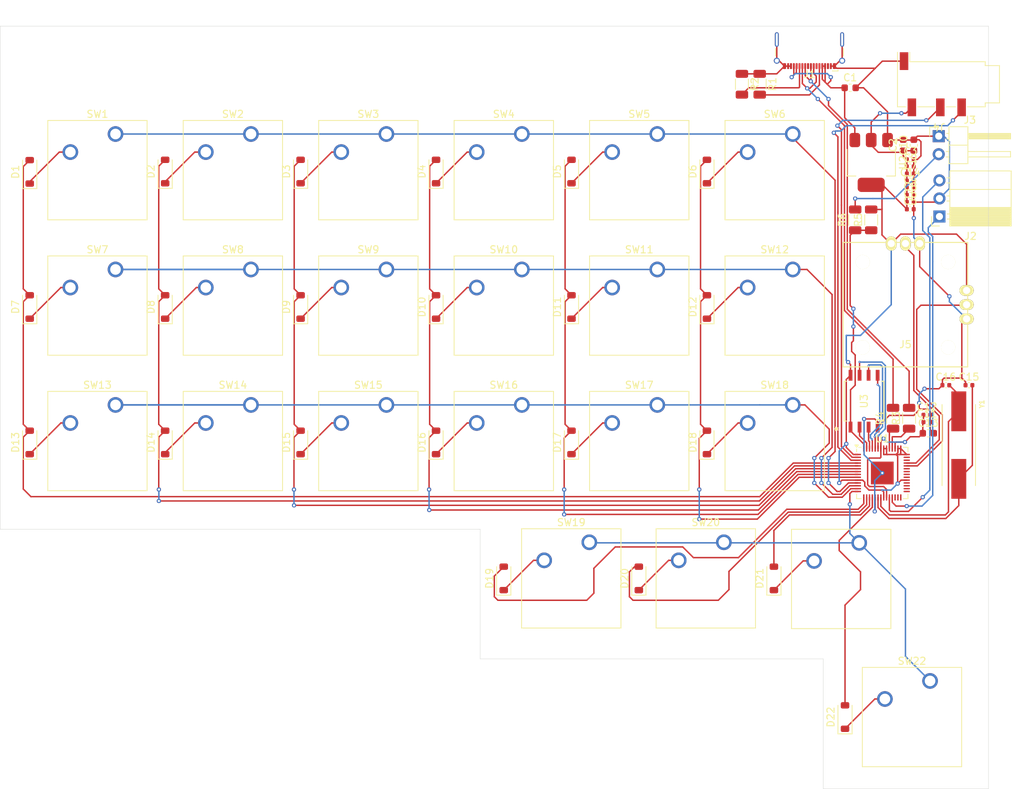
<source format=kicad_pcb>
(kicad_pcb (version 20241229) (generator "pcbnew") (generator_version "9.0")
  (layers (0 "F.Cu" signal) (2 "B.Cu" signal) (13 "F.Paste" user) (15 "B.Paste" user) (5 "F.SilkS" user "F.Silkscreen") (7 "B.SilkS" user "B.Silkscreen") (1 "F.Mask" user) (3 "B.Mask" user) (25 "Edge.Cuts" user))
  (net 0 "")
  (net 1 "VBUS")
  (net 2 "GND")
  (net 3 "+3.3V")
  (net 4 "+1V1")
  (net 5 "XIN")
  (net 6 "XOUT")
  (net 7 "Net-(D1-K)")
  (net 8 "col1")
  (net 9 "col2")
  (net 10 "Net-(D2-K)")
  (net 11 "Net-(D3-K)")
  (net 12 "col3")
  (net 13 "Net-(D4-K)")
  (net 14 "col4")
  (net 15 "col5")
  (net 16 "Net-(D5-K)")
  (net 17 "Net-(D6-K)")
  (net 18 "Net-(D7-K)")
  (net 19 "Net-(D8-K)")
  (net 20 "Net-(D9-K)")
  (net 21 "Net-(D10-K)")
  (net 22 "Net-(D11-K)")
  (net 23 "Net-(D12-K)")
  (net 24 "Net-(D13-K)")
  (net 25 "Net-(D14-K)")
  (net 26 "Net-(D15-K)")
  (net 27 "col6")
  (net 28 "Net-(D16-K)")
  (net 29 "Net-(D17-K)")
  (net 30 "Net-(D18-K)")
  (net 31 "Net-(J1-D+-PadA6)")
  (net 33 "Net-(J1-D--PadA7)")
  (net 34 "Net-(J1-CC2)")
  (net 36 "Net-(J1-CC1)")
  (net 37 "Net-(J2-Pin_1)")
  (net 38 "/USB_BOOT")
  (net 39 "GPIO23")
  (net 40 "GPIO22")
  (net 41 "GPIO20")
  (net 42 "GPIO17")
  (net 43 "GPIO16")
  (net 44 "GPIO18")
  (net 45 "GPIO21")
  (net 46 "GPIO19")
  (net 47 "GPIO27")
  (net 48 "colX1")
  (net 49 "GPIO25")
  (net 50 "Net-(D19-K)")
  (net 51 "colX2")
  (net 52 "GPIO26")
  (net 53 "Net-(D20-K)")
  (net 54 "GPIO24")
  (net 55 "GPIO29")
  (net 56 "GPIO28")
  (net 57 "colX3")
  (net 58 "USB_DM")
  (net 59 "USB_DP")
  (net 60 "QSPI_SS")
  (net 61 "row1")
  (net 62 "row2")
  (net 63 "row3")
  (net 64 "QSPI_SD0")
  (net 65 "QSPI_SD2")
  (net 66 "QSPI_SD3")
  (net 67 "Net-(J2-Pin_3)")
  (net 69 "GPIO1")
  (net 70 "QSPI_SCLK")
  (net 71 "GPIO0")
  (net 72 "QSPI_SD1")
  (net 73 "Net-(D21-K)")
  (net 74 "Net-(D22-K)")
  (net 75 "colX4")
  (net 76 "rowX")
  (footprint "Capacitor_SMD:C_0402_1005Metric" (layer "F.Cu") (at 208.75 94.75)
    (property "Reference" "C15")
    (property "Value" "27p")
  )
  (footprint "Diode_SMD:D_SOD-123" (layer "F.Cu") (at 171.901 83.749 90)
    (property "Reference" "D12")
    (property "Value" "D")
  )
  (footprint "Diode_SMD:D_SOD-123" (layer "F.Cu") (at 114.751 83.749 90)
    (property "Reference" "D9")
    (property "Value" "D")
  )
  (footprint "Button_Switch_Keyboard:SW_Cherry_MX_1.00u_PCB" (layer "F.Cu") (at 183.971 78.474)
    (property "Reference" "SW12")
    (property "Value" "SW_MEC_5G")
  )
  (footprint "Resistor_SMD:R_1206_3216Metric" (layer "F.Cu") (at 195 71.5 90)
    (property "Reference" "R5")
    (property "Value" "Do not fit")
  )
  (footprint "Diode_SMD:D_SOD-123" (layer "F.Cu") (at 171.901 64.699 90)
    (property "Reference" "D6")
    (property "Value" "D")
  )
  (footprint "Button_Switch_Keyboard:SW_Cherry_MX_1.00u_PCB" (layer "F.Cu") (at 107.771 97.524)
    (property "Reference" "SW14")
    (property "Value" "SW_MEC_5G")
  )
  (footprint "Diode_SMD:D_SOD-123" (layer "F.Cu") (at 162.321 121.924 90)
    (property "Reference" "D20")
    (property "Value" "D")
  )
  (footprint "Diode_SMD:D_SOD-123" (layer "F.Cu") (at 114.751 64.699 90)
    (property "Reference" "D3")
    (property "Value" "D")
  )
  (footprint "Capacitor_SMD:C_0402_1005Metric" (layer "F.Cu") (at 202.836515 99.934649)
    (property "Reference" "C11")
    (property "Value" "100n")
  )
  (footprint "footprint:JT8P-3.2T- -1-16Y" (layer "F.Cu") (at 199.821 83.424)
    (property "Reference" "J5")
    (property "Value" "Conn_01x04_Socket")
  )
  (footprint "Button_Switch_Keyboard:SW_Cherry_MX_1.00u_PCB" (layer "F.Cu") (at 183.971 97.524)
    (property "Reference" "SW18")
    (property "Value" "SW_MEC_5G")
  )
  (footprint "Diode_SMD:D_SOD-123" (layer "F.Cu") (at 76.651 102.799 90)
    (property "Reference" "D13")
    (property "Value" "D")
  )
  (footprint "Package_TO_SOT_SMD:SOT-223-3_TabPin2" (layer "F.Cu") (at 195 63.424 -90)
    (property "Reference" "U2")
    (property "Value" "NCP1117-3.3_SOT223")
  )
  (footprint "Resistor_SMD:R_1206_3216Metric" (layer "F.Cu") (at 176.821 52.424 -90)
    (property "Reference" "R2")
    (property "Value" "5.1k")
  )
  (footprint "Diode_SMD:D_SOD-123" (layer "F.Cu") (at 76.651 64.744 90)
    (property "Reference" "D1")
    (property "Value" "D")
  )
  (footprint "footprint:SOIC_128JVSIM_WIN" (layer "F.Cu") (at 194 97 90)
    (property "Reference" "U3")
    (property "Value" "W25Q128JVS")
  )
  (footprint "Button_Switch_Keyboard:SW_Cherry_MX_1.00u_PCB" (layer "F.Cu") (at 164.921 97.524)
    (property "Reference" "SW17")
    (property "Value" "SW_MEC_5G")
  )
  (footprint "Capacitor_SMD:C_0603_1608Metric" (layer "F.Cu") (at 201 61 90)
    (property "Reference" "C10")
    (property "Value" "1u")
  )
  (footprint "Diode_SMD:D_SOD-123" (layer "F.Cu") (at 181.321 121.924 90)
    (property "Reference" "D21")
    (property "Value" "D")
  )
  (footprint "Button_Switch_Keyboard:SW_Cherry_MX_1.00u_PCB" (layer "F.Cu") (at 174.281 116.844)
    (property "Reference" "SW20")
    (property "Value" "SW_MEC_5G")
  )
  (footprint "Connector_Audio:Jack_3.5mm_KoreanHropartsElec_PJ-320D-4A_Horizontal" (layer "F.Cu") (at 204.571 52.424 180)
    (property "Reference" "J4")
    (property "Value" "AudioJack4")
  )
  (footprint "Button_Switch_Keyboard:SW_Cherry_MX_1.00u_PCB" (layer "F.Cu") (at 88.721 59.424)
    (property "Reference" "SW1")
    (property "Value" "SW_MEC_5G")
  )
  (footprint "Capacitor_SMD:C_0402_1005Metric" (layer "F.Cu") (at 200.5 67)
    (property "Reference" "C4")
    (property "Value" "100n")
  )
  (footprint "Connector_USB:USB_C_Receptacle_G-Switch_GT-USB-7025" (layer "F.Cu") (at 186.321 46.424 180)
    (property "Reference" "J1")
    (property "Value" "TYPE-C-31-M-12")
  )
  (footprint "Capacitor_SMD:C_0402_1005Metric" (layer "F.Cu") (at 200.5 66)
    (property "Reference" "C14")
    (property "Value" "100n")
  )
  (footprint "Button_Switch_Keyboard:SW_Cherry_MX_1.00u_PCB" (layer "F.Cu") (at 164.921 78.474)
    (property "Reference" "SW11")
    (property "Value" "SW_MEC_5G")
  )
  (footprint "Diode_SMD:D_SOD-123" (layer "F.Cu") (at 152.851 102.799 90)
    (property "Reference" "D17")
    (property "Value" "D")
  )
  (footprint "Diode_SMD:D_SOD-123" (layer "F.Cu") (at 152.851 64.699 90)
    (property "Reference" "D5")
    (property "Value" "D")
  )
  (footprint "Diode_SMD:D_SOD-123" (layer "F.Cu") (at 143.321 121.924 90)
    (property "Reference" "D19")
    (property "Value" "D")
  )
  (footprint "Resistor_SMD:R_1206_3216Metric" (layer "F.Cu") (at 179.321 52.424 -90)
    (property "Reference" "R1")
    (property "Value" "5.1k")
  )
  (footprint "Button_Switch_Keyboard:SW_Cherry_MX_1.00u_PCB" (layer "F.Cu") (at 126.821 78.474)
    (property "Reference" "SW9")
    (property "Value" "SW_MEC_5G")
  )
  (footprint "Button_Switch_Keyboard:SW_Cherry_MX_1.00u_PCB" (layer "F.Cu") (at 145.871 78.474)
    (property "Reference" "SW10")
    (property "Value" "SW_MEC_5G")
  )
  (footprint "Diode_SMD:D_SOD-123" (layer "F.Cu") (at 152.851 83.749 90)
    (property "Reference" "D11")
    (property "Value" "D")
  )
  (footprint "Button_Switch_Keyboard:SW_Cherry_MX_1.00u_PCB" (layer "F.Cu") (at 126.821 97.524)
    (property "Reference" "SW15")
    (property "Value" "SW_MEC_5G")
  )
  (footprint "Diode_SMD:D_SOD-123" (layer "F.Cu") (at 133.801 64.699 90)
    (property "Reference" "D4")
    (property "Value" "D")
  )
  (footprint "Button_Switch_Keyboard:SW_Cherry_MX_1.00u_PCB" (layer "F.Cu") (at 164.921 59.424)
    (property "Reference" "SW5")
    (property "Value" "SW_MEC_5G")
  )
  (footprint "Capacitor_SMD:C_0402_1005Metric" (layer "F.Cu") (at 200.5 69)
    (property "Reference" "C6")
    (property "Value" "100n")
  )
  (footprint "Package_DFN_QFN:QFN-56-1EP_7x7mm_P0.4mm_EP3.2x3.2mm" (layer "F.Cu") (at 196.5625 107.1)
    (property "Reference" "U1")
    (property "Value" "RP2040")
  )
  (footprint "Connector_PinHeader_2.54mm:PinHeader_1x02_P2.54mm_Horizontal" (layer "F.Cu") (at 204.5 59.725)
    (property "Reference" "J3")
    (property "Value" "Conn_01x02_Pin")
  )
  (footprint "Resistor_SMD:R_1206_3216Metric" (layer "F.Cu") (at 200.335529 99.396107 90)
    (property "Reference" "R3")
    (property "Value" "27.4")
  )
  (footprint "Diode_SMD:D_SOD-123" (layer "F.Cu") (at 76.651 83.749 90)
    (property "Reference" "D7")
    (property "Value" "D")
  )
  (footprint "Button_Switch_Keyboard:SW_Cherry_MX_1.00u_PCB" (layer "F.Cu") (at 88.721 97.524)
    (property "Reference" "SW13")
    (property "Value" "SW_MEC_5G")
  )
  (footprint "Diode_SMD:D_SOD-123" (layer "F.Cu") (at 171.901 102.799 90)
    (property "Reference" "D18")
    (property "Value" "D")
  )
  (footprint "Diode_SMD:D_SOD-123" (layer "F.Cu") (at 114.751 102.799 90)
    (property "Reference" "D15")
    (property "Value" "D")
  )
  (footprint "Button_Switch_Keyboard:SW_Cherry_MX_1.00u_PCB" (layer "F.Cu") (at 107.771 59.424)
    (property "Reference" "SW2")
    (property "Value" "SW_MEC_5G")
  )
  (footprint "Capacitor_SMD:C_0402_1005Metric" (layer "F.Cu") (at 202.836515 98.934649)
    (property "Reference" "C12")
    (property "Value" "100n")
  )
  (footprint "Diode_SMD:D_SOD-123" (layer "F.Cu") (at 95.701 83.749 90)
    (property "Reference" "D8")
    (property "Value" "D")
  )
  (footprint "Diode_SMD:D_SOD-123" (layer "F.Cu") (at 95.701 64.699 90)
    (property "Reference" "D2")
    (property "Value" "D")
  )
  (footprint "Button_Switch_Keyboard:SW_Cherry_MX_1.00u_PCB" (layer "F.Cu") (at 126.821 59.424)
    (property "Reference" "SW3")
    (property "Value" "SW_MEC_5G")
  )
  (footprint "Capacitor_SMD:C_0603_1608Metric" (layer "F.Cu") (at 199.5 61 90)
    (property "Reference" "C2")
    (property "Value" "10u")
  )
  (footprint "Capacitor_SMD:C_0402_1005Metric" (layer "F.Cu") (at 200.5 64)
    (property "Reference" "C9")
    (property "Value" "100n")
  )
  (footprint "Button_Switch_Keyboard:SW_Cherry_MX_1.00u_PCB" (layer "F.Cu") (at 145.871 59.424)
    (property "Reference" "SW4")
    (property "Value" "SW_MEC_5G")
  )
  (footprint "Button_Switch_Keyboard:SW_Cherry_MX_1.00u_PCB" (layer "F.Cu") (at 183.971 59.424)
    (property "Reference" "SW6")
    (property "Value" "SW_MEC_5G")
  )
  (footprint "Button_Switch_Keyboard:SW_Cherry_MX_1.00u_PCB" (layer "F.Cu") (at 107.771 78.474)
    (property "Reference" "SW8")
    (property "Value" "SW_MEC_5G")
  )
  (footprint "Capacitor_SMD:C_0603_1608Metric" (layer "F.Cu") (at 203.035515 101.510649)
    (property "Reference" "C13")
    (property "Value" "1u")
  )
  (footprint "Capacitor_SMD:C_0402_1005Metric" (layer "F.Cu") (at 200.5 68)
    (property "Reference" "C8")
    (property "Value" "100n")
  )
  (footprint "Diode_SMD:D_SOD-123" (layer "F.Cu") (at 191.321 141.424 90)
    (property "Reference" "D22")
    (property "Value" "D")
  )
  (footprint "Capacitor_SMD:C_0402_1005Metric" (layer "F.Cu") (at 200.5 63)
    (property "Reference" "C3")
    (property "Value" "100n")
  )
  (footprint "Capacitor_SMD:C_0603_1608Metric" (layer "F.Cu") (at 192.046 52.924)
    (property "Reference" "C1")
    (property "Value" "10u")
  )
  (footprint "Button_Switch_Keyboard:SW_Cherry_MX_1.00u_PCB" (layer "F.Cu") (at 203.281 136.344)
    (property "Reference" "SW22")
    (property "Value" "SW_MEC_5G")
  )
  (footprint "Capacitor_SMD:C_0402_1005Metric" (layer "F.Cu") (at 205.5 94.75)
    (property "Reference" "C16")
    (property "Value" "27p")
  )
  (footprint "Diode_SMD:D_SOD-123" (layer "F.Cu") (at 133.801 102.799 90)
    (property "Reference" "D16")
    (property "Value" "D")
  )
  (footprint "Resistor_SMD:R_1206_3216Metric" (layer "F.Cu") (at 198.079202 99.396107 90)
    (property "Reference" "R4")
    (property "Value" "27.4")
  )
  (footprint "Diode_SMD:D_SOD-123" (layer "F.Cu") (at 133.801 83.749 90)
    (property "Reference" "D10")
    (property "Value" "D")
  )
  (footprint "Resistor_SMD:R_1206_3216Metric" (layer "F.Cu") (at 192.75 71.5 90)
    (property "Reference" "R6")
    (property "Value" "1k")
  )
  (footprint "Connector_PinSocket_2.54mm:PinSocket_1x03_P2.54mm_Horizontal" (layer "F.Cu") (at 204.6 71.025 180)
    (property "Reference" "J2")
    (property "Value" "Conn_01x03_Socket")
  )
  (footprint "Diode_SMD:D_SOD-123" (layer "F.Cu") (at 95.701 102.799 90)
    (property "Reference" "D14")
    (property "Value" "D")
  )
  (footprint "Capacitor_SMD:C_0402_1005Metric" (layer "F.Cu") (at 200.5 70)
    (property "Reference" "C5")
    (property "Value" "100n")
  )
  (footprint "footprint:XTAL_ABLS-12.000MHZ-B4-T" (layer "F.Cu") (at 207.321 103.174 -90)
    (property "Reference" "Y1")
    (property "Value" "ABLS-12.000MHZ-B4-T")
  )
  (footprint "Button_Switch_Keyboard:SW_Cherry_MX_1.00u_PCB" (layer "F.Cu") (at 155.361 116.844)
    (property "Reference" "SW19")
    (property "Value" "SW_MEC_5G")
  )
  (footprint "Button_Switch_Keyboard:SW_Cherry_MX_1.00u_PCB" (layer "F.Cu") (at 88.721 78.474)
    (property "Reference" "SW7")
    (property "Value" "SW_MEC_5G")
  )
  (footprint "Button_Switch_Keyboard:SW_Cherry_MX_1.00u_PCB" (layer "F.Cu") (at 145.871 97.524)
    (property "Reference" "SW16")
    (property "Value" "SW_key")
  )
  (footprint "Button_Switch_Keyboard:SW_Cherry_MX_1.00u_PCB" (layer "F.Cu") (at 193.321 116.924)
    (property "Reference" "SW21" (hide yes))
    (property "Value" "SW_MEC_5G")
  )
  (footprint "Capacitor_SMD:C_0402_1005Metric" (layer "F.Cu") (at 200.5 65)
    (property "Reference" "C7")
    (property "Value" "100n")
  )
  (gr_line (start 140 115) (end 140 133.25) (stroke (width 0.05)) (layer "Edge.Cuts"))
  (gr_line (start 72.5 46.5) (end 72.5 44.25) (stroke (width 0.05)) (layer "Edge.Cuts"))
  (gr_line (start 72.5 115) (end 140 115) (stroke (width 0.05)) (layer "Edge.Cuts"))
  (gr_line (start 72.5 44.25) (end 211.5 44.25) (stroke (width 0.05)) (layer "Edge.Cuts"))
  (gr_line (start 211.5 151.5) (end 188.25 151.5) (stroke (width 0.05)) (layer "Edge.Cuts"))
  (gr_line (start 140 133.25) (end 188.25 133.25) (stroke (width 0.05)) (layer "Edge.Cuts"))
  (gr_line (start 188.25 133.25) (end 188.25 151.5) (stroke (width 0.05)) (layer "Edge.Cuts"))
  (gr_line (start 211.5 44.25) (end 211.5 44.5) (stroke (width 0.05)) (layer "Edge.Cuts"))
  (gr_line (start 72.5 46.5) (end 72.5 115) (stroke (width 0.05)) (layer "Edge.Cuts"))
  (gr_line (start 211.5 44.5) (end 211.5 151.5) (stroke (width 0.05)) (layer "Edge.Cuts"))
  (segment (start 189.321 51.924) (end 189.321 51.424) (width 0.2) (layer "F.Cu") (net 1))
  (segment (start 188.521 49.874) (end 188.521 52.124) (width 0.2) (layer "F.Cu") (net 1))
  (segment (start 189.321 52.924) (end 188.821 52.424) (width 0.2) (layer "F.Cu") (net 1))
  (segment (start 191.271 52.924) (end 191.271 57.133878) (width 0.2) (layer "F.Cu") (net 1))
  (segment (start 188.121 51.724) (end 188.521 52.124) (width 0.2) (layer "F.Cu") (net 1))
  (segment (start 188.821 52.424) (end 189.321 51.924) (width 0.2) (layer "F.Cu") (net 1))
  (segment (start 192.7 58.562878) (end 192.7 60.274) (width 0.2) (layer "F.Cu") (net 1))
  (segment (start 188.121 49.874) (end 188.121 51.724) (width 0.2) (layer "F.Cu") (net 1))
  (segment (start 191.271 52.924) (end 189.321 52.924) (width 0.2) (layer "F.Cu") (net 1))
  (segment (start 191.271 57.133878) (end 192.7 58.562878) (width 0.2) (layer "F.Cu") (net 1))
  (segment (start 188.521 52.124) (end 188.821 52.424) (width 0.2) (layer "F.Cu") (net 1))
  (segment (start 184.121 51.124) (end 183.821 51.424) (width 0.2) (layer "F.Cu") (net 1))
  (segment (start 184.481 50.764) (end 184.481 49.874) (width 0.2) (layer "F.Cu") (net 1))
  (segment (start 184.121 49.874) (end 184.121 51.124) (width 0.2) (layer "F.Cu") (net 1))
  (segment (start 184.121 51.124) (end 184.481 50.764) (width 0.2) (layer "F.Cu") (net 1))
  (segment (start 188.121 49.874) (end 188.521 49.874) (width 0.2) (layer "F.Cu") (net 1))
  (via (at 183.821 51.424) (size 0.6) (drill 0.3) (layers "F.Cu" "B.Cu") (net 1))
  (via (at 189.321 51.424) (size 0.6) (drill 0.3) (layers "F.Cu" "B.Cu") (net 1))
  (segment (start 183.821 51.424) (end 184.321 50.924) (width 0.2) (layer "B.Cu") (net 1))
  (segment (start 184.321 50.924) (end 188.821 50.924) (width 0.2) (layer "B.Cu") (net 1))
  (segment (start 188.821 50.924) (end 189.321 51.424) (width 0.2) (layer "B.Cu") (net 1))
  (segment (start 205.02 93.98) (end 205.25 93.75) (width 0.2) (layer "F.Cu") (net 2))
  (segment (start 197.5499 99) (end 201 99) (width 0.2) (layer "F.Cu") (net 2))
  (segment (start 205.02 94.75) (end 204.52 95.25) (width 0.2) (layer "F.Cu") (net 2))
  (segment (start 200.98 70) (end 200.98 63) (width 0.2) (layer "F.Cu") (net 2))
  (segment (start 201.871205 98.112287) (end 201.5 98.483492) (width 0.2) (layer "F.Cu") (net 2))
  (segment (start 182.046 49.114) (end 182.806 49.874) (width 0.2) (layer "F.Cu") (net 2))
  (segment (start 196.571 49.174) (end 199.621 49.174) (width 0.2) (layer "F.Cu") (net 2))
  (segment (start 189.836 49.874) (end 190.136 50.174) (width 0.2) (layer "F.Cu") (net 2))
  (segment (start 192.821 52.924) (end 195.571 50.174) (width 0.2) (layer "F.Cu") (net 2))
  (segment (start 201.5 63) (end 202 62.5) (width 0.2) (layer "F.Cu") (net 2))
  (segment (start 195.905 100.6449) (end 195.905 99.905) (width 0.2) (layer "F.Cu") (net 2))
  (segment (start 183.321 49.874) (end 182.806 49.874) (width 0.2) (layer "F.Cu") (net 2))
  (segment (start 201.821 74.824) (end 201.5 75.145) (width 0.2) (layer "F.Cu") (net 2))
  (segment (start 203.316515 98.478413) (end 202.950389 98.112287) (width 0.2) (layer "F.Cu") (net 2))
  (segment (start 203.316515 99.934649) (end 203.316515 98.934649) (width 0.2) (layer "F.Cu") (net 2))
  (segment (start 201 60.225) (end 201.725 60.225) (width 0.2) (layer "F.Cu") (net 2))
  (segment (start 203.316515 101.016649) (end 203.810515 101.510649) (width 0.2) (layer "F.Cu") (net 2))
  (segment (start 181.7185 50.9615) (end 179.321 50.9615) (width 0.2) (layer "F.Cu") (net 2))
  (segment (start 197.3 60.274) (end 200.951 60.274) (width 0.2) (layer "F.Cu") (net 2))
  (segment (start 181.726 49.114) (end 182.046 49.114) (width 0.2) (layer "F.Cu") (net 2))
  (segment (start 195.5625 110.5375) (end 195.5625 111.5) (width 0.2) (layer "F.Cu") (net 2))
  (segment (start 205.25 93.75) (end 207.75 93.75) (width 0.2) (layer "F.Cu") (net 2))
  (segment (start 200.951 60.274) (end 201 60.225) (width 0.2) (layer "F.Cu") (net 2))
  (segment (start 201 98.99138) (end 201.503944 98.487436) (width 0.2) (layer "F.Cu") (net 2))
  (segment (start 205.02 94.75) (end 205.02 93.98) (width 0.2) (layer "F.Cu") (net 2))
  (segment (start 195.5625 111.5) (end 195.5625 112.4375) (width 0.2) (layer "F.Cu") (net 2))
  (segment (start 200.98 63) (end 201.5 63) (width 0.2) (layer "F.Cu") (net 2))
  (segment (start 201.75 97.991082) (end 201.75 97.25) (width 0.2) (layer "F.Cu") (net 2))
  (segment (start 204.52 95.25) (end 202.5 95.25) (width 0.2) (layer "F.Cu") (net 2))
  (segment (start 195.5 99.5) (end 194 99.5) (width 0.2) (layer "F.Cu") (net 2))
  (segment (start 197.3 56.3) (end 197.3 60.274) (width 0.2) (layer "F.Cu") (net 2))
  (segment (start 195.905 100.6449) (end 197.5499 99) (width 0.2) (layer "F.Cu") (net 2))
  (segment (start 195.571 50.174) (end 196.571 49.174) (width 0.2) (layer "F.Cu") (net 2))
  (segment (start 183.721 49.874) (end 183.321 49.874) (width 0.2) (layer "F.Cu") (net 2))
  (segment (start 208.27 94.27) (end 208.27 94.75) (width 0.2) (layer "F.Cu") (net 2))
  (segment (start 182.806 49.874) (end 181.7185 50.9615) (width 0.2) (layer "F.Cu") (net 2))
  (segment (start 204.6 68.485) (end 204.085 69) (width 0.2) (layer "F.Cu") (net 2))
  (segment (start 202.950389 98.112287) (end 201.871205 98.112287) (width 0.2) (layer "F.Cu") (net 2))
  (segment (start 190.136 50.174) (end 195.571 50.174) (width 0.2) (layer "F.Cu") (net 2))
  (segment (start 200.98 71.23) (end 201 71.25) (width 0.2) (layer "F.Cu") (net 2))
  (segment (start 201.871205 98.112287) (end 201.75 97.991082) (width 0.2) (layer "F.Cu") (net 2))
  (segment (start 195.905 99.905) (end 195.5 99.5) (width 0.2) (layer "F.Cu") (net 2))
  (segment (start 190.596 49.114) (end 189.836 49.874) (width 0.2) (layer "F.Cu") (net 2))
  (segment (start 190.916 49.114) (end 190.916 46.134) (width 0.2) (layer "F.Cu") (net 2))
  (segment (start 200.98 70) (end 200.98 71.23) (width 0.2) (layer "F.Cu") (net 2))
  (segment (start 207.75 86.095) (end 208.421 85.424) (width 0.2) (layer "F.Cu") (net 2))
  (segment (start 203.316515 98.934649) (end 203.316515 98.478413) (width 0.2) (layer "F.Cu") (net 2))
  (segment (start 201.725 60.225) (end 202 60.5) (width 0.2) (layer "F.Cu") (net 2))
  (segment (start 195.5625 112.4375) (end 195.5 112.5) (width 0.2) (layer "F.Cu") (net 2))
  (segment (start 181.726 46.134) (end 181.726 49.114) (width 0.2) (layer "F.Cu") (net 2))
  (segment (start 201.821 78.071) (end 206 82.25) (width 0.2) (layer "F.Cu") (net 2))
  (segment (start 207.75 93.75) (end 207.75 86.095) (width 0.2) (layer "F.Cu") (net 2))
  (segment (start 201.821 74.824) (end 201.821 78.071) (width 0.2) (layer "F.Cu") (net 2))
  (segment (start 189.836 49.874) (end 189.321 49.874) (width 0.2) (layer "F.Cu") (net 2))
  (segment (start 193.924 52.924) (end 197.3 56.3) (width 0.2) (layer "F.Cu") (net 2))
  (segment (start 201 99) (end 201 98.99138) (width 0.2) (layer "F.Cu") (net 2))
  (segment (start 192.821 52.924) (end 193.924 52.924) (width 0.2) (layer "F.Cu") (net 2))
  (segment (start 202 60.5) (end 202 62.5) (width 0.2) (layer "F.Cu") (net 2))
  (segment (start 201 60.225) (end 201.5 59.725) (width 0.2) (layer "F.Cu") (net 2))
  (segment (start 201.5 59.725) (end 204.5 59.725) (width 0.2) (layer "F.Cu") (net 2))
  (segment (start 207.75 93.75) (end 208.27 94.27) (width 0.2) (layer "F.Cu") (net 2))
  (segment (start 179.321 50.9615) (end 176.821 50.9615) (width 0.2) (layer "F.Cu") (net 2))
  (segment (start 190.916 49.114) (end 190.596 49.114) (width 0.2) (layer "F.Cu") (net 2))
  (segment (start 204.085 69) (end 200.98 69) (width 0.2) (layer "F.Cu") (net 2))
  (segment (start 203.316515 99.934649) (end 203.316515 101.016649) (width 0.2) (layer "F.Cu") (net 2))
  (via (at 196.5625 107.1) (size 0.6) (drill 0.3) (layers "F.Cu" "B.Cu") (net 2))
  (via (at 201 71.25) (size 0.6) (drill 0.3) (layers "F.Cu" "B.Cu") (net 2))
  (via (at 194 99.5) (size 0.6) (drill 0.3) (layers "F.Cu" "B.Cu") (net 2))
  (via (at 202.5 95.25) (size 0.6) (drill 0.3) (layers "F.Cu" "B.Cu") (net 2))
  (via (at 206 82.25) (size 0.6) (drill 0.3) (layers "F.Cu" "B.Cu") (net 2))
  (via (at 201.75 97.25) (size 0.6) (drill 0.3) (layers "F.Cu" "B.Cu") (net 2))
  (via (at 195.5 112.5) (size 0.6) (drill 0.3) (layers "F.Cu" "B.Cu") (net 2))
  (segment (start 206 60.5) (end 206 67.085) (width 0.2) (layer "B.Cu") (net 2))
  (segment (start 201.75 96) (end 201.75 97.25) (width 0.2) (layer "B.Cu") (net 2))
  (segment (start 206 82.25) (end 206 83.003) (width 0.2) (layer "B.Cu") (net 2))
  (segment (start 201 71.25) (end 201 74.003) (width 0.2) (layer "B.Cu") (net 2))
  (segment (start 194 104.5375) (end 194 99.5) (width 0.2) (layer "B.Cu") (net 2))
  (segment (start 201 74.003) (end 201.821 74.824) (width 0.2) (layer "B.Cu") (net 2))
  (segment (start 202.5 95.25) (end 201.75 96) (width 0.2) (layer "B.Cu") (net 2))
  (segment (start 204.5 59.725) (end 205.225 59.725) (width 0.2) (layer "B.Cu") (net 2))
  (segment (start 206 67.085) (end 204.6 68.485) (width 0.2) (layer "B.Cu") (net 2))
  (segment (start 206 83.003) (end 208.421 85.424) (width 0.2) (layer "B.Cu") (net 2))
  (segment (start 195.5 108.1625) (end 196.5625 107.1) (width 0.2) (layer "B.Cu") (net 2))
  (segment (start 205.225 59.725) (end 206 60.5) (width 0.2) (layer "B.Cu") (net 2))
  (segment (start 196.5625 107.1) (end 194 104.5375) (width 0.2) (layer "B.Cu") (net 2))
  (segment (start 195.5 112.5) (end 195.5 108.1625) (width 0.2) (layer "B.Cu") (net 2))
  (segment (start 191.5 103.5) (end 191.5 103) (width 0.2) (layer "F.Cu") (net 3))
  (segment (start 207 73.5) (end 199.145 73.5) (width 0.2) (layer "F.Cu") (net 3))
  (segment (start 193.125 104.5) (end 192.5 104.5) (width 0.2) (layer "F.Cu") (net 3))
  (segment (start 193.125 108.1) (end 191.627978 108.1) (width 0.2) (layer "F.Cu") (net 3))
  (segment (start 191.5 93.9501) (end 192.095 93.3551) (width 0.2) (layer "F.Cu") (net 3))
  (segment (start 197.1625 103.6625) (end 197.1625 104.4125) (width 0.2) (layer "F.Cu") (net 3))
  (segment (start 197.25 104.5) (end 198.5 104.5) (width 0.2) (layer "F.Cu") (net 3))
  (segment (start 192.095 91.845) (end 191.75 91.5) (width 0.2) (layer "F.Cu") (net 3))
  (segment (start 199.1625 103.6625) (end 199.1625 104.3375) (width 0.2) (layer "F.Cu") (net 3))
  (segment (start 196 62) (end 199.275 62) (width 0.2) (layer "F.Cu") (net 3))
  (segment (start 193.125 108.1) (end 193.798499 108.1) (width 0.2) (layer "F.Cu") (net 3))
  (segment (start 196.521 70) (end 196.521 73.624) (width 0.2) (layer "F.Cu") (net 3))
  (segment (start 192.5 104.5) (end 191.5 103.5) (width 0.2) (layer "F.Cu") (net 3))
  (segment (start 196.7625 103.6625) (end 197.1625 103.6625) (width 0.2) (layer "F.Cu") (net 3))
  (segment (start 195 60.274) (end 195 61) (width 0.2) (layer "F.Cu") (net 3))
  (segment (start 199.895 56.5) (end 200.721 55.674) (width 0.2) (layer "F.Cu") (net 3))
  (segment (start 199.145 73.5) (end 197.821 74.824) (width 0.2) (layer "F.Cu") (net 3))
  (segment (start 195 61) (end 196 62) (width 0.2) (layer "F.Cu") (net 3))
  (segment (start 198.5 104.5) (end 199 104.5) (width 0.2) (layer "F.Cu") (net 3))
  (segment (start 196.7625 104.5) (end 197.25 104.5) (width 0.2) (layer "F.Cu") (net 3))
  (segment (start 190.9 108.1) (end 190.5 108.5) (width 0.2) (layer "F.Cu") (net 3))
  (segment (start 192.095 93.3551) (end 192.095 91.845) (width 0.2) (layer "F.Cu") (net 3))
  (segment (start 199.210391 108.1) (end 198.724878 108.585513) (width 0.2) (layer "F.Cu") (net 3))
  (segment (start 194.1 108.915949) (end 194.684051 109.5) (width 0.2) (layer "F.Cu") (net 3))
  (segment (start 197.721 74.824) (end 197.821 74.824) (width 0.2) (layer "F.Cu") (net 3))
  (segment (start 200 104.5) (end 199.1625 103.6625) (width 0.2) (layer "F.Cu") (net 3))
  (segment (start 196.521 73.624) (end 197.721 74.824) (width 0.2) (layer "F.Cu") (net 3))
  (segment (start 196.7625 109.7625) (end 196.7625 110.5375) (width 0.2) (layer "F.Cu") (net 3))
  (segment (start 193.798499 108.1) (end 194.1 108.401501) (width 0.2) (layer "F.Cu") (net 3))
  (segment (start 195 57.75) (end 196 56.75) (width 0.2) (layer "F.Cu") (net 3))
  (segment (start 199.5 61.775) (end 201 61.775) (width 0.2) (layer "F.Cu") (net 3))
  (segment (start 198.7625 103.6625) (end 199.1625 103.6625) (width 0.2) (layer "F.Cu") (net 3))
  (segment (start 199 104.5) (end 200 104.5) (width 0.2) (layer "F.Cu") (net 3))
  (segment (start 198.7625 103.6625) (end 198.7625 104.2375) (width 0.2) (layer "F.Cu") (net 3))
  (segment (start 199.1625 104.3375) (end 199 104.5) (width 0.2) (layer "F.Cu") (net 3))
  (segment (start 196.5 109.5) (end 196.7625 109.7625) (width 0.2) (layer "F.Cu") (net 3))
  (segment (start 208.421 74.921) (end 207 73.5) (width 0.2) (layer "F.Cu") (net 3))
  (segment (start 191.5 103) (end 191.5 93.9501) (width 0.2) (layer "F.Cu") (net 3))
  (segment (start 199.275 62) (end 199.5 61.775) (width 0.2) (layer "F.Cu") (net 3))
  (segment (start 196.4835 70.0375) (end 196.521 70) (width 0.2) (layer "F.Cu") (net 3))
  (segment (start 194.1 108.401501) (end 194.1 108.915949) (width 0.2) (layer "F.Cu") (net 3))
  (segment (start 196 56.75) (end 196.25 56.5) (width 0.2) (layer "F.Cu") (net 3))
  (segment (start 195 70.0375) (end 196.4835 70.0375) (width 0.2) (layer "F.Cu") (net 3))
  (segment (start 194.684051 109.5) (end 196.5 109.5) (width 0.2) (layer "F.Cu") (net 3))
  (segment (start 200 108.1) (end 199.210391 108.1) (width 0.2) (layer "F.Cu") (net 3))
  (segment (start 198.7625 104.2375) (end 198.5 104.5) (width 0.2) (layer "F.Cu") (net 3))
  (segment (start 199.25 56.5) (end 199.895 56.5) (width 0.2) (layer "F.Cu") (net 3))
  (segment (start 196.521 66.574) (end 196.521 70) (width 0.2) (layer "F.Cu") (net 3))
  (segment (start 197.1625 104.4125) (end 197.25 104.5) (width 0.2) (layer "F.Cu") (net 3))
  (segment (start 196.594 66.574) (end 200.02 70) (width 0.2) (layer "F.Cu") (net 3))
  (segment (start 199.5 61.775) (end 199.5 62.48) (width 0.2) (layer "F.Cu") (net 3))
  (segment (start 196.7625 103.6625) (end 196.7625 104.5) (width 0.2) (layer "F.Cu") (net 3))
  (segment (start 198.724878 108.585513) (end 198.724878 104.724878) (width 0.2) (layer "F.Cu") (net 3))
  (segment (start 200.02 70) (end 200.02 63) (width 0.2) (layer "F.Cu") (net 3))
  (segment (start 191.627978 108.1) (end 190.9 108.1) (width 0.2) (layer "F.Cu") (net 3))
  (segment (start 208.421 81.424) (end 208.421 74.921) (width 0.2) (layer "F.Cu") (net 3))
  (segment (start 195 66.574) (end 196.594 66.574) (width 0.2) (layer "F.Cu") (net 3))
  (segment (start 199.5 62.48) (end 200.02 63) (width 0.2) (layer "F.Cu") (net 3))
  (segment (start 198.724878 104.724878) (end 198.5 104.5) (width 0.2) (layer "F.Cu") (net 3))
  (segment (start 195 60.274) (end 195 57.75) (width 0.2) (layer "F.Cu") (net 3))
  (via (at 190.5 108.5) (size 0.6) (drill 0.3) (layers "F.Cu" "B.Cu") (net 3))
  (via (at 191.5 103) (size 0.6) (drill 0.3) (layers "F.Cu" "B.Cu") (net 3))
  (via (at 199.25 56.5) (size 0.6) (drill 0.3) (layers "F.Cu" "B.Cu") (net 3))
  (via (at 191.75 91.5) (size 0.6) (drill 0.3) (layers "F.Cu" "B.Cu") (net 3))
  (via (at 198.724878 108.585513) (size 0.6) (drill 0.3) (layers "F.Cu" "B.Cu") (net 3))
  (via (at 196.25 56.5) (size 0.6) (drill 0.3) (layers "F.Cu" "B.Cu") (net 3))
  (via micro (at 196.5 109.5) (size 0.3) (drill 0.1) (layers "F.Cu" "B.Cu") (net 3))
  (segment (start 190.5 104) (end 191.5 103) (width 0.2) (layer "B.Cu") (net 3))
  (segment (start 191.5 87.75) (end 191.5 91.25) (width 0.2) (layer "B.Cu") (net 3))
  (segment (start 197.810391 109.5) (end 198.724878 108.585513) (width 0.2) (layer "B.Cu") (net 3))
  (segment (start 191.5 91.25) (end 191.75 91.5) (width 0.2) (layer "B.Cu") (net 3))
  (segment (start 196.25 56.5) (end 199.25 56.5) (width 0.2) (layer "B.Cu") (net 3))
  (segment (start 190.5 108.5) (end 190.5 104) (width 0.2) (layer "B.Cu") (net 3))
  (segment (start 197.821 74.824) (end 197.821 83.429) (width 0.2) (layer "B.Cu") (net 3))
  (segment (start 193.5 87.75) (end 191.5 87.75) (width 0.2) (layer "B.Cu") (net 3))
  (segment (start 197.810391 109.5) (end 196.5 109.5) (width 0.2) (layer "B.Cu") (net 3))
  (segment (start 197.821 83.429) (end 193.5 87.75) (width 0.2) (layer "B.Cu") (net 3))
  (segment (start 201.771164 102) (end 202.260515 101.510649) (width 0.2) (layer "F.Cu") (net 4))
  (segment (start 196.75 109) (end 197.1625 109.4125) (width 0.2) (layer "F.Cu") (net 4))
  (segment (start 198.3625 103.6625) (end 198.3625 102.8875) (width 0.2) (layer "F.Cu") (net 4))
  (segment (start 196.3625 102.6375) (end 196.75 102.25) (width 0.2) (layer "F.Cu") (net 4))
  (segment (start 202.260515 101.510649) (end 202.260515 100.030649) (width 0.2) (layer "F.Cu") (net 4))
  (segment (start 196.3625 103.6625) (end 196.3625 102.6375) (width 0.2) (layer "F.Cu") (net 4))
  (segment (start 196.3625 103.6625) (end 196.3625 104.8875) (width 0.2) (layer "F.Cu") (net 4))
  (segment (start 202.356515 98.934649) (end 202.356515 99.934649) (width 0.2) (layer "F.Cu") (net 4))
  (segment (start 202.260515 100.030649) (end 202.356515 99.934649) (width 0.2) (layer "F.Cu") (net 4))
  (segment (start 200.5 102) (end 201.771164 102) (width 0.2) (layer "F.Cu") (net 4))
  (segment (start 196.25 105) (end 194.75 105) (width 0.2) (layer "F.Cu") (net 4))
  (segment (start 194.75 109) (end 196.75 109) (width 0.2) (layer "F.Cu") (net 4))
  (segment (start 196.3625 104.8875) (end 196.25 105) (width 0.2) (layer "F.Cu") (net 4))
  (segment (start 194.5 108.75) (end 194.75 109) (width 0.2) (layer "F.Cu") (net 4))
  (segment (start 194.5 105.25) (end 194.5 108.75) (width 0.2) (layer "F.Cu") (net 4))
  (segment (start 198.3625 102.8875) (end 198.5 102.75) (width 0.2) (layer "F.Cu") (net 4))
  (segment (start 194.75 105) (end 194.5 105.25) (width 0.2) (layer "F.Cu") (net 4))
  (segment (start 197.1625 109.4125) (end 197.1625 110.5375) (width 0.2) (layer "F.Cu") (net 4))
  (segment (start 199.75 102.75) (end 200.5 102) (width 0.2) (layer "F.Cu") (net 4))
  (segment (start 198.5 102.75) (end 199.75 102.75) (width 0.2) (layer "F.Cu") (net 4))
  (via (at 199.75 102.75) (size 0.6) (drill 0.3) (layers "F.Cu" "B.Cu") (net 4))
  (via (at 196.75 102.25) (size 0.6) (drill 0.3) (layers "F.Cu" "B.Cu") (net 4))
  (segment (start 196.75 102.25) (end 197.25 102.75) (width 0.2) (layer "B.Cu") (net 4))
  (segment (start 197.25 102.75) (end 199.75 102.75) (width 0.2) (layer "B.Cu") (net 4))
  (segment (start 207.321 107.924) (end 209.23 106.015) (width 0.2) (layer "F.Cu") (net 5))
  (segment (start 195.9625 110.5375) (end 195.9625 111.9625) (width 0.2) (layer "F.Cu") (net 5))
  (segment (start 205.5 113.5) (end 207.321 111.679) (width 0.2) (layer "F.Cu") (net 5))
  (segment (start 207.321 111.679) (end 207.321 107.924) (width 0.2) (layer "F.Cu") (net 5))
  (segment (start 209.23 106.015) (end 209.23 94.75) (width 0.2) (layer "F.Cu") (net 5))
  (segment (start 195.9625 111.9625) (end 197.5 113.5) (width 0.2) (layer "F.Cu") (net 5))
  (segment (start 197.5 113.5) (end 205.5 113.5) (width 0.2) (layer "F.Cu") (net 5))
  (segment (start 207.341 98.444) (end 207.321 98.424) (width 0.2) (layer "F.Cu") (net 6))
  (segment (start 205.870594 99.874406) (end 207.321 98.424) (width 0.2) (layer "F.Cu") (net 6))
  (segment (start 196.3625 111.796814) (end 197.565686 113) (width 0.2) (layer "F.Cu") (net 6))
  (segment (start 207.321 98.424) (end 207.321 96.091) (width 0.2) (layer "F.Cu") (net 6))
  (segment (start 205.434314 113) (end 205.870594 112.56372) (width 0.2) (layer "F.Cu") (net 6))
  (segment (start 196.3625 110.5375) (end 196.3625 111.796814) (width 0.2) (layer "F.Cu") (net 6))
  (segment (start 207.321 96.091) (end 205.98 94.75) (width 0.2) (layer "F.Cu") (net 6))
  (segment (start 205.870594 112.56372) (end 205.870594 99.874406) (width 0.2) (layer "F.Cu") (net 6))
  (segment (start 197.565686 113) (end 205.434314 113) (width 0.2) (layer "F.Cu") (net 6))
  (segment (start 80.815366 61.964) (end 76.651 66.128366) (width 0.2) (layer "F.Cu") (net 7))
  (segment (start 82.371 61.964) (end 80.815366 61.964) (width 0.2) (layer "F.Cu") (net 7))
  (segment (start 76.651 66.128366) (end 76.651 66.394) (width 0.2) (layer "F.Cu") (net 7))
  (segment (start 76.651 101.149) (end 75.75 100.248) (width 0.2) (layer "F.Cu") (net 8))
  (segment (start 184.045 105.7) (end 193.125 105.7) (width 0.2) (layer "F.Cu") (net 8))
  (segment (start 76.651 63.094) (end 75.75 63.995) (width 0.2) (layer "F.Cu") (net 8))
  (segment (start 75.75 81.198) (end 76.651 82.099) (width 0.2) (layer "F.Cu") (net 8))
  (segment (start 179.321 110.424) (end 76.821 110.424) (width 0.2) (layer "F.Cu") (net 8))
  (segment (start 75.75 100.248) (end 75.75 83) (width 0.2) (layer "F.Cu") (net 8))
  (segment (start 76.821 110.424) (end 75.751 109.354) (width 0.2) (layer "F.Cu") (net 8))
  (segment (start 179.321 110.424) (end 184.045 105.7) (width 0.2) (layer "F.Cu") (net 8))
  (segment (start 75.751 102.049) (end 76.651 101.149) (width 0.2) (layer "F.Cu") (net 8))
  (segment (start 75.75 83) (end 76.651 82.099) (width 0.2) (layer "F.Cu") (net 8))
  (segment (start 75.75 63.995) (end 75.75 81.198) (width 0.2) (layer "F.Cu") (net 8))
  (segment (start 75.751 109.354) (end 75.751 102.049) (width 0.2) (layer "F.Cu") (net 8))
  (segment (start 94.8 100.248) (end 95.701 101.149) (width 0.2) (layer "F.Cu") (net 9))
  (segment (start 94.8 81.198) (end 95.701 82.099) (width 0.2) (layer "F.Cu") (net 9))
  (segment (start 94.820999 111.032304) (end 179.278382 111.032304) (width 0.2) (layer "F.Cu") (net 9))
  (segment (start 184.210686 106.1) (end 193.125 106.1) (width 0.2) (layer "F.Cu") (net 9))
  (segment (start 94.801 102.049) (end 94.801 104.424) (width 0.2) (layer "F.Cu") (net 9))
  (segment (start 94.8 63.95) (end 94.8 81.198) (width 0.2) (layer "F.Cu") (net 9))
  (segment (start 95.701 63.049) (end 94.8 63.95) (width 0.2) (layer "F.Cu") (net 9))
  (segment (start 94.801 109.404) (end 94.821 109.424) (width 0.2) (layer "F.Cu") (net 9))
  (segment (start 94.801 104.424) (end 94.801 109.404) (width 0.2) (layer "F.Cu") (net 9))
  (segment (start 179.278382 111.032304) (end 184.210686 106.1) (width 0.2) (layer "F.Cu") (net 9))
  (segment (start 95.701 101.149) (end 94.801 102.049) (width 0.2) (layer "F.Cu") (net 9))
  (segment (start 95.701 82.099) (end 94.8 83) (width 0.2) (layer "F.Cu") (net 9))
  (segment (start 94.8 83) (end 94.8 100.248) (width 0.2) (layer "F.Cu") (net 9))
  (via (at 94.821 109.424) (size 0.6) (drill 0.3) (layers "F.Cu" "B.Cu") (net 9))
  (via (at 94.820999 111.032304) (size 0.6) (drill 0.3) (layers "F.Cu" "B.Cu") (net 9))
  (segment (start 94.821 109.424) (end 94.821 111.032303) (width 0.2) (layer "B.Cu") (net 9))
  (segment (start 94.821 111.032303) (end 94.820999 111.032304) (width 0.2) (layer "B.Cu") (net 9))
  (segment (start 95.701 66.128366) (end 95.701 66.349) (width 0.2) (layer "F.Cu") (net 10))
  (segment (start 101.421 61.964) (end 99.865366 61.964) (width 0.2) (layer "F.Cu") (net 10))
  (segment (start 99.865366 61.964) (end 95.701 66.128366) (width 0.2) (layer "F.Cu") (net 10))
  (segment (start 120.471 61.964) (end 119.136 61.964) (width 0.2) (layer "F.Cu") (net 11))
  (segment (start 119.136 61.964) (end 114.751 66.349) (width 0.2) (layer "F.Cu") (net 11))
  (segment (start 184.376372 106.5) (end 179.229086 111.647286) (width 0.2) (layer "F.Cu") (net 12))
  (segment (start 113.85 63.95) (end 114.751 63.049) (width 0.2) (layer "F.Cu") (net 12))
  (segment (start 193.125 106.5) (end 184.376372 106.5) (width 0.2) (layer "F.Cu") (net 12))
  (segment (start 114.751 101.149) (end 113.821 102.079) (width 0.2) (layer "F.Cu") (net 12))
  (segment (start 114.751 82.099) (end 113.85 81.198) (width 0.2) (layer "F.Cu") (net 12))
  (segment (start 113.821 102.079) (end 113.821 109.424) (width 0.2) (layer "F.Cu") (net 12))
  (segment (start 179.229086 111.647286) (end 113.830246 111.647286) (width 0.2) (layer "F.Cu") (net 12))
  (segment (start 114.751 101.149) (end 113.85 100.248) (width 0.2) (layer "F.Cu") (net 12))
  (segment (start 113.85 83) (end 114.751 82.099) (width 0.2) (layer "F.Cu") (net 12))
  (segment (start 113.85 100.248) (end 113.85 83) (width 0.2) (layer "F.Cu") (net 12))
  (segment (start 113.85 81.198) (end 113.85 63.95) (width 0.2) (layer "F.Cu") (net 12))
  (via (at 113.821 109.424) (size 0.6) (drill 0.3) (layers "F.Cu" "B.Cu") (net 12))
  (via (at 113.830246 111.647286) (size 0.6) (drill 0.3) (layers "F.Cu" "B.Cu") (net 12))
  (segment (start 113.821 111.63804) (end 113.830246 111.647286) (width 0.2) (layer "B.Cu") (net 12))
  (segment (start 113.821 109.424) (end 113.821 111.63804) (width 0.2) (layer "B.Cu") (net 12))
  (segment (start 138.186 61.964) (end 133.801 66.349) (width 0.2) (layer "F.Cu") (net 13))
  (segment (start 139.521 61.964) (end 138.186 61.964) (width 0.2) (layer "F.Cu") (net 13))
  (segment (start 184.542058 106.9) (end 179.136526 112.305532) (width 0.2) (layer "F.Cu") (net 14))
  (segment (start 179.136526 112.305532) (end 132.84763 112.305532) (width 0.2) (layer "F.Cu") (net 14))
  (segment (start 132.9 81.198) (end 133.801 82.099) (width 0.2) (layer "F.Cu") (net 14))
  (segment (start 132.9 83) (end 133.801 82.099) (width 0.2) (layer "F.Cu") (net 14))
  (segment (start 132.821 102.129) (end 132.821 109.424) (width 0.2) (layer "F.Cu") (net 14))
  (segment (start 132.9 63.95) (end 132.9 81.198) (width 0.2) (layer "F.Cu") (net 14))
  (segment (start 133.801 101.149) (end 132.9 100.248) (width 0.2) (layer "F.Cu") (net 14))
  (segment (start 193.125 106.9) (end 184.542058 106.9) (width 0.2) (layer "F.Cu") (net 14))
  (segment (start 133.801 101.149) (end 132.821 102.129) (width 0.2) (layer "F.Cu") (net 14))
  (segment (start 132.9 100.248) (end 132.9 83) (width 0.2) (layer "F.Cu") (net 14))
  (segment (start 133.801 63.049) (end 132.9 63.95) (width 0.2) (layer "F.Cu") (net 14))
  (via (at 132.84763 112.305532) (size 0.6) (drill 0.3) (layers "F.Cu" "B.Cu") (net 14))
  (via (at 132.821 109.424) (size 0.6) (drill 0.3) (layers "F.Cu" "B.Cu") (net 14))
  (segment (start 132.821 112.278902) (end 132.84763 112.305532) (width 0.2) (layer "B.Cu") (net 14))
  (segment (start 132.821 109.424) (end 132.821 112.278902) (width 0.2) (layer "B.Cu") (net 14))
  (segment (start 151.95 100.248) (end 152.851 101.149) (width 0.2) (layer "F.Cu") (net 15))
  (segment (start 151.821 102.179) (end 151.821 109.424) (width 0.2) (layer "F.Cu") (net 15))
  (segment (start 184.707744 107.3) (end 179.083744 112.924) (width 0.2) (layer "F.Cu") (net 15))
  (segment (start 151.95 83) (end 151.95 100.248) (width 0.2) (layer "F.Cu") (net 15))
  (segment (start 151.821 112.924) (end 179.083744 112.924) (width 0.2) (layer "F.Cu") (net 15))
  (segment (start 152.851 82.099) (end 151.95 83) (width 0.2) (layer "F.Cu") (net 15))
  (segment (start 151.95 81.198) (end 151.95 63.95) (width 0.2) (layer "F.Cu") (net 15))
  (segment (start 151.95 63.95) (end 152.851 63.049) (width 0.2) (layer "F.Cu") (net 15))
  (segment (start 193.125 107.3) (end 184.707744 107.3) (width 0.2) (layer "F.Cu") (net 15))
  (segment (start 152.851 82.099) (end 151.95 81.198) (width 0.2) (layer "F.Cu") (net 15))
  (segment (start 152.851 101.149) (end 151.821 102.179) (width 0.2) (layer "F.Cu") (net 15))
  (via (at 151.821 112.924) (size 0.6) (drill 0.3) (layers "F.Cu" "B.Cu") (net 15))
  (via (at 151.821 109.424) (size 0.6) (drill 0.3) (layers "F.Cu" "B.Cu") (net 15))
  (segment (start 151.821 109.424) (end 151.821 112.924) (width 0.2) (layer "B.Cu") (net 15))
  (segment (start 157.236 61.964) (end 158.571 61.964) (width 0.2) (layer "F.Cu") (net 16))
  (segment (start 152.851 66.349) (end 157.236 61.964) (width 0.2) (layer "F.Cu") (net 16))
  (segment (start 176.286 61.964) (end 171.901 66.349) (width 0.2) (layer "F.Cu") (net 17))
  (segment (start 177.621 61.964) (end 176.286 61.964) (width 0.2) (layer "F.Cu") (net 17))
  (segment (start 81.036 81.014) (end 82.371 81.014) (width 0.2) (layer "F.Cu") (net 18))
  (segment (start 76.651 85.399) (end 81.036 81.014) (width 0.2) (layer "F.Cu") (net 18))
  (segment (start 95.701 85.399) (end 100.086 81.014) (width 0.2) (layer "F.Cu") (net 19))
  (segment (start 100.086 81.014) (end 101.421 81.014) (width 0.2) (layer "F.Cu") (net 19))
  (segment (start 119.136 81.014) (end 120.471 81.014) (width 0.2) (layer "F.Cu") (net 20))
  (segment (start 114.751 85.399) (end 119.136 81.014) (width 0.2) (layer "F.Cu") (net 20))
  (segment (start 138.186 81.014) (end 139.521 81.014) (width 0.2) (layer "F.Cu") (net 21))
  (segment (start 133.801 85.399) (end 138.186 81.014) (width 0.2) (layer "F.Cu") (net 21))
  (segment (start 157.236 81.014) (end 158.571 81.014) (width 0.2) (layer "F.Cu") (net 22))
  (segment (start 152.851 85.399) (end 157.236 81.014) (width 0.2) (layer "F.Cu") (net 22))
  (segment (start 176.286 81.014) (end 177.621 81.014) (width 0.2) (layer "F.Cu") (net 23))
  (segment (start 171.901 85.399) (end 176.286 81.014) (width 0.2) (layer "F.Cu") (net 23))
  (segment (start 81.036 100.064) (end 82.371 100.064) (width 0.2) (layer "F.Cu") (net 24))
  (segment (start 76.651 104.449) (end 81.036 100.064) (width 0.2) (layer "F.Cu") (net 24))
  (segment (start 101.421 100.064) (end 99.865366 100.064) (width 0.2) (layer "F.Cu") (net 25))
  (segment (start 95.701 104.228366) (end 95.701 104.449) (width 0.2) (layer "F.Cu") (net 25))
  (segment (start 99.865366 100.064) (end 95.701 104.228366) (width 0.2) (layer "F.Cu") (net 25))
  (segment (start 114.751 104.449) (end 119.136 100.064) (width 0.2) (layer "F.Cu") (net 26))
  (segment (start 119.136 100.064) (end 120.471 100.064) (width 0.2) (layer "F.Cu") (net 26))
  (segment (start 171 63.95) (end 171 81.198) (width 0.2) (layer "F.Cu") (net 27))
  (segment (start 170.821 102.229) (end 170.821 105.424) (width 0.2) (layer "F.Cu") (net 27))
  (segment (start 170.822257 113.583781) (end 178.989649 113.583781) (width 0.2) (layer "F.Cu") (net 27))
  (segment (start 171.901 82.099) (end 171 83) (width 0.2) (layer "F.Cu") (net 27))
  (segment (start 171.901 101.149) (end 170.821 102.229) (width 0.2) (layer "F.Cu") (net 27))
  (segment (start 170.821 105.424) (end 170.821 109.424) (width 0.2) (layer "F.Cu") (net 27))
  (segment (start 171 83) (end 171 100.248) (width 0.2) (layer "F.Cu") (net 27))
  (segment (start 171.901 63.049) (end 171 63.95) (width 0.2) (layer "F.Cu") (net 27))
  (segment (start 193.125 107.7) (end 184.87343 107.7) (width 0.2) (layer "F.Cu") (net 27))
  (segment (start 184.87343 107.7) (end 178.989649 113.583781) (width 0.2) (layer "F.Cu") (net 27))
  (segment (start 171 100.248) (end 171.901 101.149) (width 0.2) (layer "F.Cu") (net 27))
  (segment (start 171 81.198) (end 171.901 82.099) (width 0.2) (layer "F.Cu") (net 27))
  (via (at 170.822257 113.583781) (size 0.6) (drill 0.3) (layers "F.Cu" "B.Cu") (net 27))
  (via (at 170.821 109.424) (size 0.6) (drill 0.3) (layers "F.Cu" "B.Cu") (net 27))
  (segment (start 170.821 113.582524) (end 170.822257 113.583781) (width 0.2) (layer "B.Cu") (net 27))
  (segment (start 170.821 109.424) (end 170.821 113.582524) (width 0.2) (layer "B.Cu") (net 27))
  (segment (start 138.186 100.064) (end 139.521 100.064) (width 0.2) (layer "F.Cu") (net 28))
  (segment (start 133.801 104.449) (end 138.186 100.064) (width 0.2) (layer "F.Cu") (net 28))
  (segment (start 152.851 104.449) (end 157.236 100.064) (width 0.2) (layer "F.Cu") (net 29))
  (segment (start 157.236 100.064) (end 158.571 100.064) (width 0.2) (layer "F.Cu") (net 29))
  (segment (start 176.286 100.064) (end 177.621 100.064) (width 0.2) (layer "F.Cu") (net 30))
  (segment (start 171.901 104.449) (end 176.286 100.064) (width 0.2) (layer "F.Cu") (net 30))
  (segment (start 185.5 52.5) (end 186 53) (width 0.2) (layer "F.Cu") (net 31))
  (segment (start 185.321 49.874) (end 185.321 52.321) (width 0.2) (layer "F.Cu") (net 31))
  (segment (start 186.373603 53) (end 186 53) (width 0.2) (layer "F.Cu") (net 31))
  (segment (start 198.079202 97.933607) (end 198.079202 91.079202) (width 0.2) (layer "F.Cu") (net 31))
  (segment (start 186.921 50.921) (end 187.271774 51.271774) (width 0.2) (layer "F.Cu") (net 31))
  (segment (start 198.079202 91.079202) (end 191.243371 84.243371) (width 0.2) (layer "F.Cu") (net 31))
  (segment (start 186.921 49.874) (end 186.921 50.921) (width 0.2) (layer "F.Cu") (net 31))
  (segment (start 191.243371 84.243371) (end 191.243371 58.243371) (width 0.2) (layer "F.Cu") (net 31))
  (segment (start 187.271774 52.101829) (end 186.373603 53) (width 0.2) (layer "F.Cu") (net 31))
  (segment (start 191.243371 58.243371) (end 187.5 54.5) (width 0.2) (layer "F.Cu") (net 31))
  (segment (start 185.321 52.321) (end 185.5 52.5) (width 0.2) (layer "F.Cu") (net 31))
  (segment (start 187.271774 51.271774) (end 187.271774 52.101829) (width 0.2) (layer "F.Cu") (net 31))
  (via (at 186 53) (size 0.6) (drill 0.3) (layers "F.Cu" "B.Cu") (net 31))
  (via (at 187.5 54.5) (size 0.6) (drill 0.3) (layers "F.Cu" "B.Cu") (net 31))
  (segment (start 186 53) (end 187.5 54.5) (width 0.2) (layer "B.Cu") (net 31))
  (segment (start 200.335529 92.769843) (end 191.643371 84.077685) (width 0.2) (layer "F.Cu") (net 33))
  (segment (start 185.721 49.874) (end 185.721 51.221) (width 0.2) (layer "F.Cu") (net 33))
  (segment (start 200.335529 97.933607) (end 200.335529 92.769843) (width 0.2) (layer "F.Cu") (net 33))
  (segment (start 189 55.428564) (end 189 54.5) (width 0.2) (layer "F.Cu") (net 33))
  (segment (start 186.521 49.874) (end 186.521 51.979) (width 0.2) (layer "F.Cu") (net 33))
  (segment (start 191.643371 58.071935) (end 189 55.428564) (width 0.2) (layer "F.Cu") (net 33))
  (segment (start 185.721 51.221) (end 186.5 52) (width 0.2) (layer "F.Cu") (net 33))
  (segment (start 191.643371 84.077685) (end 191.643371 58.071935) (width 0.2) (layer "F.Cu") (net 33))
  (segment (start 186.521 51.979) (end 186.5 52) (width 0.2) (layer "F.Cu") (net 33))
  (via (at 186.5 52) (size 0.6) (drill 0.3) (layers "F.Cu" "B.Cu") (net 33))
  (via (at 189 54.5) (size 0.6) (drill 0.3) (layers "F.Cu" "B.Cu") (net 33))
  (segment (start 186.5 52) (end 189 54.5) (width 0.2) (layer "B.Cu") (net 33))
  (segment (start 184.921 49.874) (end 184.921 52.824) (width 0.2) (layer "F.Cu") (net 34))
  (segment (start 177.7835 52.924) (end 176.821 53.8865) (width 0.2) (layer "F.Cu") (net 34))
  (segment (start 184.821 52.924) (end 177.7835 52.924) (width 0.2) (layer "F.Cu") (net 34))
  (segment (start 184.921 52.824) (end 184.821 52.924) (width 0.2) (layer "F.Cu") (net 34))
  (segment (start 186.321 53.924) (end 179.3585 53.924) (width 0.2) (layer "F.Cu") (net 36))
  (segment (start 187.721 49.874) (end 187.721 52.524) (width 0.2) (layer "F.Cu") (net 36))
  (segment (start 179.3585 53.924) (end 179.321 53.8865) (width 0.2) (layer "F.Cu") (net 36))
  (segment (start 187.721 52.524) (end 186.321 53.924) (width 0.2) (layer "F.Cu") (net 36))
  (segment (start 198.5 111.75) (end 200 111.75) (width 0.2) (layer "F.Cu") (net 37))
  (segment (start 197.9625 111.2125) (end 198.5 111.75) (width 0.2) (layer "F.Cu") (net 37))
  (segment (start 197.9625 110.5375) (end 197.9625 111.2125) (width 0.2) (layer "F.Cu") (net 37))
  (via (at 200 111.75) (size 0.6) (drill 0.3) (layers "F.Cu" "B.Cu") (net 37))
  (segment (start 203.032843 72.592157) (end 203.032843 73.217157) (width 0.2) (layer "B.Cu") (net 37))
  (segment (start 203.032843 73.217157) (end 203.654169 73.838483) (width 0.2) (layer "B.Cu") (net 37))
  (segment (start 202.154169 111.75) (end 203.654169 110.25) (width 0.2) (layer "B.Cu") (net 37))
  (segment (start 203.654169 77.342491) (end 203.654169 110.25) (width 0.2) (layer "B.Cu") (net 37))
  (segment (start 200 111.75) (end 202.154169 111.75) (width 0.2) (layer "B.Cu") (net 37))
  (segment (start 203.654169 73.838483) (end 203.654169 77.342491) (width 0.2) (layer "B.Cu") (net 37))
  (segment (start 204.6 71.025) (end 203.032843 72.592157) (width 0.2) (layer "B.Cu") (net 37))
  (segment (start 192.75 68.5) (end 192.75 70.0375) (width 0.2) (layer "F.Cu") (net 38))
  (via (at 192.75 68.5) (size 0.6) (drill 0.3) (layers "F.Cu" "B.Cu") (net 38))
  (segment (start 195.25 68.5) (end 192.75 68.5) (width 0.2) (layer "B.Cu") (net 38))
  (segment (start 204.5 62.265) (end 198.265 68.5) (width 0.2) (layer "B.Cu") (net 38))
  (segment (start 198.265 68.5) (end 195.25 68.5) (width 0.2) (layer "B.Cu") (net 38))
  (segment (start 201 76.5) (end 199.821 75.321) (width 0.2) (layer "F.Cu") (net 47))
  (segment (start 199.821 75.321) (end 199.821 74.824) (width 0.2) (layer "F.Cu") (net 47))
  (segment (start 204.569547 102.430453) (end 204.569547 99.069547) (width 0.2) (layer "F.Cu") (net 47))
  (segment (start 200 105.7) (end 201.3 105.7) (width 0.2) (layer "F.Cu") (net 47))
  (segment (start 204.569547 99.069547) (end 201 95.5) (width 0.2) (layer "F.Cu") (net 47))
  (segment (start 201 95.5) (end 201 76.5) (width 0.2) (layer "F.Cu") (net 47))
  (segment (start 201.3 105.7) (end 204.569547 102.430453) (width 0.2) (layer "F.Cu") (net 47))
  (segment (start 156 120.5) (end 156 124) (width 0.2) (layer "F.Cu") (net 48))
  (segment (start 193.168628 112.2) (end 183.130154 112.2) (width 0.2) (layer "F.Cu") (net 48))
  (segment (start 176.330154 119) (end 170 119) (width 0.2) (layer "F.Cu") (net 48))
  (segment (start 142 124.5) (end 142 121.595) (width 0.2) (layer "F.Cu") (net 48))
  (segment (start 193.9625 110.5375) (end 193.9625 111.406128) (width 0.2) (layer "F.Cu") (net 48))
  (segment (start 159 117.5) (end 156 120.5) (width 0.2) (layer "F.Cu") (net 48))
  (segment (start 142 121.595) (end 143.321 120.274) (width 0.2) (layer "F.Cu") (net 48))
  (segment (start 170 119) (end 168.5 117.5) (width 0.2) (layer "F.Cu") (net 48))
  (segment (start 193.9625 111.406128) (end 193.168628 112.2) (width 0.2) (layer "F.Cu") (net 48))
  (segment (start 142.5 125) (end 142 124.5) (width 0.2) (layer "F.Cu") (net 48))
  (segment (start 156 124) (end 155 125) (width 0.2) (layer "F.Cu") (net 48))
  (segment (start 168.5 117.5) (end 159 117.5) (width 0.2) (layer "F.Cu") (net 48))
  (segment (start 155 125) (end 142.5 125) (width 0.2) (layer "F.Cu") (net 48))
  (segment (start 183.130154 112.2) (end 176.330154 119) (width 0.2) (layer "F.Cu") (net 48))
  (segment (start 147.511 119.384) (end 149.011 119.384) (width 0.2) (layer "F.Cu") (net 50))
  (segment (start 143.321 123.574) (end 147.511 119.384) (width 0.2) (layer "F.Cu") (net 50))
  (segment (start 161 124.5) (end 161 121) (width 0.2) (layer "F.Cu") (net 51))
  (segment (start 193.334314 112.6) (end 183.334314 112.6) (width 0.2) (layer "F.Cu") (net 51))
  (segment (start 161.726 120.274) (end 162.321 120.274) (width 0.2) (layer "F.Cu") (net 51))
  (segment (start 194.3625 111.571814) (end 193.334314 112.6) (width 0.2) (layer "F.Cu") (net 51))
  (segment (start 194.3625 110.5375) (end 194.3625 111.571814) (width 0.2) (layer "F.Cu") (net 51))
  (segment (start 183.334314 112.6) (end 175 120.934314) (width 0.2) (layer "F.Cu") (net 51))
  (segment (start 173.5 125) (end 161.5 125) (width 0.2) (layer "F.Cu") (net 51))
  (segment (start 175 120.934314) (end 175 123.5) (width 0.2) (layer "F.Cu") (net 51))
  (segment (start 175 123.5) (end 173.5 125) (width 0.2) (layer "F.Cu") (net 51))
  (segment (start 161 121) (end 161.726 120.274) (width 0.2) (layer "F.Cu") (net 51))
  (segment (start 161.5 125) (end 161 124.5) (width 0.2) (layer "F.Cu") (net 51))
  (segment (start 202 83.5) (end 208.345 83.5) (width 0.2) (layer "F.Cu") (net 52))
  (segment (start 200 106.1) (end 201.498453 106.1) (width 0.2) (layer "F.Cu") (net 52))
  (segment (start 205 102.598453) (end 205 98.91082) (width 0.2) (layer "F.Cu") (net 52))
  (segment (start 201.498453 106.1) (end 205 102.598453) (width 0.2) (layer "F.Cu") (net 52))
  (segment (start 201.4 84.1) (end 202 83.5) (width 0.2) (layer "F.Cu") (net 52))
  (segment (start 208.345 83.5) (end 208.421 83.424) (width 0.2) (layer "F.Cu") (net 52))
  (segment (start 205 98.91082) (end 201.4 95.31082) (width 0.2) (layer "F.Cu") (net 52))
  (segment (start 201.4 95.31082) (end 201.4 84.1) (width 0.2) (layer "F.Cu") (net 52))
  (segment (start 208.345 83.5) (end 208.421 83.424) (width 0.2) (layer "B.Cu") (net 52))
  (segment (start 162.321 123.574) (end 166.511 119.384) (width 0.2) (layer "F.Cu") (net 53))
  (segment (start 166.511 119.384) (end 167.931 119.384) (width 0.2) (layer "F.Cu") (net 53))
  (segment (start 194.7625 111.7375) (end 194.7625 110.5375) (width 0.2) (layer "F.Cu") (net 57))
  (segment (start 193.5 113) (end 194.7625 111.7375) (width 0.2) (layer "F.Cu") (net 57))
  (segment (start 181.321 115.179) (end 183.5 113) (width 0.2) (layer "F.Cu") (net 57))
  (segment (start 183.5 113) (end 193.5 113) (width 0.2) (layer "F.Cu") (net 57))
  (segment (start 181.321 120.274) (end 181.321 115.179) (width 0.2) (layer "F.Cu") (net 57))
  (segment (start 197.9625 102.0375) (end 198 102) (width 0.2) (layer "F.Cu") (net 58))
  (segment (start 197.9625 103.6625) (end 197.9625 102.0375) (width 0.2) (layer "F.Cu") (net 58))
  (segment (start 199.194136 102) (end 200.335529 100.858607) (width 0.2) (layer "F.Cu") (net 58))
  (segment (start 198 102) (end 199.194136 102) (width 0.2) (layer "F.Cu") (net 58))
  (segment (start 197.5625 101.375309) (end 198.079202 100.858607) (width 0.2) (layer "F.Cu") (net 59))
  (segment (start 197.5625 103.6625) (end 197.5625 101.375309) (width 0.2) (layer "F.Cu") (net 59))
  (segment (start 192.095 100.6449) (end 192.095 101.160686) (width 0.2) (layer "F.Cu") (net 60))
  (segment (start 192.5 88.5) (end 192.5 86.5) (width 0.2) (layer "F.Cu") (net 60))
  (segment (start 192.095 95.405) (end 192.75 94.75) (width 0.2) (layer "F.Cu") (net 60))
  (segment (start 192.25 90) (end 192.25 88.75) (width 0.2) (layer "F.Cu") (net 60))
  (segment (start 192.25 88.75) (end 192.5 88.5) (width 0.2) (layer "F.Cu") (net 60))
  (segment (start 192.095 101.160686) (end 193.9625 103.028186) (width 0.2) (layer "F.Cu") (net 60))
  (segment (start 192.75 72.9625) (end 195 72.9625) (width 0.2) (layer "F.Cu") (net 60))
  (segment (start 192.095 100.6449) (end 192.095 95.405) (width 0.2) (layer "F.Cu") (net 60))
  (segment (start 192.75 90.5) (end 192.25 90) (width 0.2) (layer "F.Cu") (net 60))
  (segment (start 192.043371 83.543371) (end 192.043371 73.669129) (width 0.2) (layer "F.Cu") (net 60))
  (segment (start 192.5 84) (end 192.043371 83.543371) (width 0.2) (layer "F.Cu") (net 60))
  (segment (start 192.043371 73.669129) (end 192.75 72.9625) (width 0.2) (layer "F.Cu") (net 60))
  (segment (start 192.75 94.75) (end 192.75 90.5) (width 0.2) (layer "F.Cu") (net 60))
  (segment (start 193.9625 103.028186) (end 193.9625 103.6625) (width 0.2) (layer "F.Cu") (net 60))
  (via (at 192.5 86.5) (size 0.6) (drill 0.3) (layers "F.Cu" "B.Cu") (net 60))
  (via (at 192.5 84) (size 0.6) (drill 0.3) (layers "F.Cu" "B.Cu") (net 60))
  (segment (start 192.5 84) (end 192.5 86.5) (width 0.2) (layer "B.Cu") (net 60))
  (segment (start 190.602499 109.7) (end 191.802499 108.5) (width 0.2) (layer "F.Cu") (net 61))
  (segment (start 189.921 104.079) (end 189.921 65.921) (width 0.2) (layer "F.Cu") (net 61))
  (segment (start 189.5 109) (end 189 108.5) (width 0.2) (layer "F.Cu") (net 61))
  (segment (start 190.602499 109.7) (end 190.211057 109.7) (width 0.2) (layer "F.Cu") (net 61))
  (segment (start 183.971 59.971) (end 183.971 59.424) (width 0.2) (layer "F.Cu") (net 61))
  (segment (start 190.2 109.7) (end 189.5 109) (width 0.2) (layer "F.Cu") (net 61))
  (segment (start 190.211057 109.7) (end 190.2 109.7) (width 0.2) (layer "F.Cu") (net 61))
  (segment (start 189 105) (end 189.921 104.079) (width 0.2) (layer "F.Cu") (net 61))
  (segment (start 193.125 108.5) (end 191.802499 108.5) (width 0.2) (layer "F.Cu") (net 61))
  (segment (start 189.921 65.921) (end 183.971 59.971) (width 0.2) (layer "F.Cu") (net 61))
  (via (at 189 108.5) (size 0.6) (drill 0.3) (layers "F.Cu" "B.Cu") (net 61))
  (via (at 189 105) (size 0.6) (drill 0.3) (layers "F.Cu" "B.Cu") (net 61))
  (segment (start 126.821 59.424) (end 145.871 59.424) (width 0.2) (layer "B.Cu") (net 61))
  (segment (start 189 108.5) (end 189 105.5) (width 0.2) (layer "B.Cu") (net 61))
  (segment (start 126.821 59.424) (end 107.771 59.424) (width 0.2) (layer "B.Cu") (net 61))
  (segment (start 189 105.5) (end 189 105) (width 0.2) (layer "B.Cu") (net 61))
  (segment (start 145.871 59.424) (end 164.921 59.424) (width 0.2) (layer "B.Cu") (net 61))
  (segment (start 183.971 59.424) (end 164.921 59.424) (width 0.2) (layer "B.Cu") (net 61))
  (segment (start 107.771 59.424) (end 88.721 59.424) (width 0.2) (layer "B.Cu") (net 61))
  (segment (start 189.5 103.5) (end 189.5 82) (width 0.2) (layer "F.Cu") (net 62))
  (segment (start 191.287028 109.581157) (end 190.768185 110.1) (width 0.2) (layer "F.Cu") (net 62))
  (segment (start 185.974 78.474) (end 189.5 82) (width 0.2) (layer "F.Cu") (net 62))
  (segment (start 183.971 78.474) (end 185.974 78.474) (width 0.2) (layer "F.Cu") (net 62))
  (segment (start 193.125 108.9) (end 191.968185 108.9) (width 0.2) (layer "F.Cu") (net 62))
  (segment (start 191.968185 108.9) (end 191.287028 109.581157) (width 0.2) (layer "F.Cu") (net 62))
  (segment (start 189.6 110.1) (end 189 109.5) (width 0.2) (layer "F.Cu") (net 62))
  (segment (start 188 105) (end 189.5 103.5) (width 0.2) (layer "F.Cu") (net 62))
  (segment (start 188.5 109) (end 188 108.5) (width 0.2) (layer "F.Cu") (net 62))
  (segment (start 190.768185 110.1) (end 189.681101 110.1) (width 0.2) (layer "F.Cu") (net 62))
  (segment (start 189 109.5) (end 188.5 109) (width 0.2) (layer "F.Cu") (net 62))
  (segment (start 189.681101 110.1) (end 189.6 110.1) (width 0.2) (layer "F.Cu") (net 62))
  (via (at 188 105) (size 0.6) (drill 0.3) (layers "F.Cu" "B.Cu") (net 62))
  (via (at 188 108.5) (size 0.6) (drill 0.3) (layers "F.Cu" "B.Cu") (net 62))
  (segment (start 188 108.5) (end 188 105) (width 0.2) (layer "B.Cu") (net 62))
  (segment (start 183.971 78.474) (end 88.721 78.474) (width 0.2) (layer "B.Cu") (net 62))
  (segment (start 88.721 78.474) (end 107.771 78.474) (width 0.2) (layer "B.Cu") (net 62))
  (segment (start 193.125 109.3) (end 192.134314 109.3) (width 0.2) (layer "F.Cu") (net 63))
  (segment (start 191.710611 109.723703) (end 190.934314 110.5) (width 0.2) (layer "F.Cu") (net 63))
  (segment (start 189 110.5) (end 187 108.5) (width 0.2) (layer "F.Cu") (net 63))
  (segment (start 192.134314 109.3) (end 191.710611 109.723703) (width 0.2) (layer "F.Cu") (net 63))
  (segment (start 183.971 97.524) (end 185.684962 97.524) (width 0.2) (layer "F.Cu") (net 63))
  (segment (start 185.684962 97.524) (end 189.1 100.939038) (width 0.2) (layer "F.Cu") (net 63))
  (segment (start 187 105) (end 189.1 102.9) (width 0.2) (layer "F.Cu") (net 63))
  (segment (start 189.1 102.9) (end 189.1 100.939038) (width 0.2) (layer "F.Cu") (net 63))
  (segment (start 190.934314 110.5) (end 189 110.5) (width 0.2) (layer "F.Cu") (net 63))
  (via (at 187 105) (size 0.6) (drill 0.3) (layers "F.Cu" "B.Cu") (net 63))
  (via (at 187 108.5) (size 0.6) (drill 0.3) (layers "F.Cu" "B.Cu") (net 63))
  (segment (start 107.771 97.524) (end 88.721 97.524) (width 0.2) (layer "B.Cu") (net 63))
  (segment (start 187 108.5) (end 187 105) (width 0.2) (layer "B.Cu") (net 63))
  (segment (start 183.971 97.524) (end 179.321 97.524) (width 0.2) (layer "B.Cu") (net 63))
  (segment (start 179.321 97.524) (end 88.721 97.524) (width 0.2) (layer "B.Cu") (net 63))
  (segment (start 183.971 97.524) (end 182.721 97.524) (width 0.2) (layer "B.Cu") (net 63))
  (segment (start 195.910094 93.360194) (end 195.905 93.3551) (width 0.2) (layer "F.Cu") (net 64))
  (segment (start 195.1625 103.6625) (end 195.1625 102.42608) (width 0.2) (layer "F.Cu") (net 64))
  (segment (start 195.910094 94.665633) (end 195.910094 93.360194) (width 0.2) (layer "F.Cu") (net 64))
  (segment (start 195.1625 102.42608) (end 195.110832 102.374412) (width 0.2) (layer "F.Cu") (net 64))
  (via micro (at 195.110832 102.374412) (size 0.3) (drill 0.1) (layers "F.Cu" "B.Cu") (net 64))
  (via micro (at 195.910094 94.665633) (size 0.3) (drill 0.1) (layers "F.Cu" "B.Cu") (net 64))
  (segment (start 194.897777 102.14237) (end 194.897777 101.737277) (width 0.2) (layer "B.Cu") (net 64))
  (segment (start 195.110832 102.355425) (end 195.110832 102.374412) (width 0.2) (layer "B.Cu") (net 64))
  (segment (start 195.110832 102.355425) (end 194.897777 102.14237) (width 0.2) (layer "B.Cu") (net 64))
  (segment (start 196.19556 94.951099) (end 195.910094 94.665633) (width 0.2) (layer "B.Cu") (net 64))
  (segment (start 196.19556 100.439494) (end 196.19556 94.951099) (width 0.2) (layer "B.Cu") (net 64))
  (segment (start 194.897777 101.737277) (end 196.19556 100.439494) (width 0.2) (layer "B.Cu") (net 64))
  (segment (start 194.635 102.569315) (end 194.635 100.6449) (width 0.2) (layer "F.Cu") (net 65))
  (segment (start 194.7625 103.6625) (end 194.7625 102.696815) (width 0.2) (layer "F.Cu") (net 65))
  (segment (start 194.7625 102.696815) (end 194.635 102.569315) (width 0.2) (layer "F.Cu") (net 65))
  (segment (start 195.9625 103.6625) (end 195.9625 101.913074) (width 0.2) (layer "F.Cu") (net 66))
  (segment (start 193.365455 91.476337) (end 193.365455 93.354645) (width 0.2) (layer "F.Cu") (net 66))
  (segment (start 195.9625 101.913074) (end 195.991862 101.883712) (width 0.2) (layer "F.Cu") (net 66))
  (segment (start 193.365455 93.354645) (end 193.365 93.3551) (width 0.2) (layer "F.Cu") (net 66))
  (via micro (at 195.991862 101.883712) (size 0.3) (drill 0.1) (layers "F.Cu" "B.Cu") (net 66))
  (via micro (at 193.365455 91.476337) (size 0.3) (drill 0.1) (layers "F.Cu" "B.Cu") (net 66))
  (segment (start 197 93) (end 197 92) (width 0.2) (layer "B.Cu") (net 66))
  (segment (start 196.5 91.5) (end 194 91.5) (width 0.2) (layer "B.Cu") (net 66))
  (segment (start 197 92) (end 196.5 91.5) (width 0.2) (layer "B.Cu") (net 66))
  (segment (start 193.389118 91.5) (end 193.365455 91.476337) (width 0.2) (layer "B.Cu") (net 66))
  (segment (start 195.991862 101.883712) (end 197 100.875574) (width 0.2) (layer "B.Cu") (net 66))
  (segment (start 197 100.875574) (end 197 93) (width 0.2) (layer "B.Cu") (net 66))
  (segment (start 194 91.5) (end 193.389118 91.5) (width 0.2) (layer "B.Cu") (net 66))
  (segment (start 197.5625 110.5375) (end 197.5625 112.3125) (width 0.2) (layer "F.Cu") (net 67))
  (segment (start 200.25 112.5) (end 202.25 110.5) (width 0.2) (layer "F.Cu") (net 67))
  (segment (start 197.75 112.5) (end 200.25 112.5) (width 0.2) (layer "F.Cu") (net 67))
  (segment (start 197.5625 112.3125) (end 197.75 112.5) (width 0.2) (layer "F.Cu") (net 67))
  (via (at 202.25 110.5) (size 0.6) (drill 0.3) (layers "F.Cu" "B.Cu") (net 67))
  (segment (start 202.25 68.295) (end 204.6 65.945) (width 0.2) (layer "B.Cu") (net 67))
  (segment (start 203.25 109.25) (end 203.25 74) (width 0.2) (layer "B.Cu") (net 67))
  (segment (start 203.25 109.5) (end 203.25 109.25) (width 0.2) (layer "B.Cu") (net 67))
  (segment (start 202.25 73) (end 202.25 68.295) (width 0.2) (layer "B.Cu") (net 67))
  (segment (start 203.25 74) (end 202.25 73) (width 0.2) (layer "B.Cu") (net 67))
  (segment (start 202.25 110.5) (end 203.25 109.5) (width 0.2) (layer "B.Cu") (net 67))
  (segment (start 190.321 59.821) (end 189.75 59.25) (width 0.2) (layer "F.Cu") (net 69))
  (segment (start 193.125 105.3) (end 192.165125 105.3) (width 0.2) (layer "F.Cu") (net 69))
  (segment (start 190.321 70.424) (end 190.321 59.821) (width 0.2) (layer "F.Cu") (net 69))
  (segment (start 207.721 56.279) (end 207.721 55.674) (width 0.2) (layer "F.Cu") (net 69))
  (segment (start 192.165125 105.3) (end 190.321 103.455875) (width 0.2) (layer "F.Cu") (net 69))
  (segment (start 206.5 57.5) (end 207.721 56.279) (width 0.2) (layer "F.Cu") (net 69))
  (segment (start 190.321 103.455875) (end 190.321 70.424) (width 0.2) (layer "F.Cu") (net 69))
  (via (at 206.5 57.5) (size 0.6) (drill 0.3) (layers "F.Cu" "B.Cu") (net 69))
  (via (at 189.75 59.25) (size 0.6) (drill 0.3) (layers "F.Cu" "B.Cu") (net 69))
  (segment (start 190 59) (end 190.25 59) (width 0.2) (layer "B.Cu") (net 69))
  (segment (start 191.5 58.25) (end 205.25 58.25) (width 0.2) (layer "B.Cu") (net 69))
  (segment (start 190.25 59) (end 190.75 59) (width 0.2) (layer "B.Cu") (net 69))
  (segment (start 205.25 58.25) (end 205.75 58.25) (width 0.2) (layer "B.Cu") (net 69))
  (segment (start 205.75 58.25) (end 206.5 57.5) (width 0.2) (layer "B.Cu") (net 69))
  (segment (start 190.75 59) (end 191.5 58.25) (width 0.2) (layer "B.Cu") (net 69))
  (segment (start 189.75 59.25) (end 190 59) (width 0.2) (layer "B.Cu") (net 69))
  (segment (start 195.5625 102.0625) (end 195.5 102) (width 0.2) (layer "F.Cu") (net 70))
  (segment (start 195.5625 103.6625) (end 195.5625 102.0625) (width 0.2) (layer "F.Cu") (net 70))
  (segment (start 194.636814 92.025029) (end 194.636814 93.353286) (width 0.2) (layer "F.Cu") (net 70))
  (segment (start 194.636814 93.353286) (end 194.635 93.3551) (width 0.2) (layer "F.Cu") (net 70))
  (via micro (at 194.636814 92.025029) (size 0.3) (drill 0.1) (layers "F.Cu" "B.Cu") (net 70))
  (via micro (at 195.5 102) (size 0.3) (drill 0.1) (layers "F.Cu" "B.Cu") (net 70))
  (segment (start 196.597383 100.603357) (end 196.597383 92.163069) (width 0.2) (layer "B.Cu") (net 70))
  (segment (start 196.597383 92.163069) (end 196.337659 91.903345) (width 0.2) (layer "B.Cu") (net 70))
  (segment (start 194.636814 91.9) (end 194.636814 92.025029) (width 0.2) (layer "B.Cu") (net 70))
  (segment (start 195.5 102) (end 195.5 101.70074) (width 0.2) (layer "B.Cu") (net 70))
  (segment (start 196.334314 91.9) (end 194.636814 91.9) (width 0.2) (layer "B.Cu") (net 70))
  (segment (start 196.337659 91.903345) (end 196.334314 91.9) (width 0.2) (layer "B.Cu") (net 70))
  (segment (start 195.5 101.70074) (end 196.597383 100.603357) (width 0.2) (layer "B.Cu") (net 70))
  (segment (start 190.821 69.424) (end 190.821 58.821) (width 0.2) (layer "F.Cu") (net 71))
  (segment (start 192.334314 104.9) (end 190.821 103.386686) (width 0.2) (layer "F.Cu") (net 71))
  (segment (start 190.821 103.386686) (end 190.821 69.424) (width 0.2) (layer "F.Cu") (net 71))
  (segment (start 202.895 57.5) (end 204.721 55.674) (width 0.2) (layer "F.Cu") (net 71))
  (segment (start 190.821 58.821) (end 190.25 58.25) (width 0.2) (layer "F.Cu") (net 71))
  (segment (start 193.125 104.9) (end 192.334314 104.9) (width 0.2) (layer "F.Cu") (net 71))
  (segment (start 202.75 57.5) (end 202.895 57.5) (width 0.2) (layer "F.Cu") (net 71))
  (via (at 190.25 58.25) (size 0.6) (drill 0.3) (layers "F.Cu" "B.Cu") (net 71))
  (via (at 202.75 57.5) (size 0.6) (drill 0.3) (layers "F.Cu" "B.Cu") (net 71))
  (segment (start 191 57.5) (end 202.75 57.5) (width 0.2) (layer "B.Cu") (net 71))
  (segment (start 190.25 58.25) (end 191 57.5) (width 0.2) (layer "B.Cu") (net 71))
  (segment (start 193.365 101.865) (end 193.365 100.6449) (width 0.2) (layer "F.Cu") (net 72))
  (segment (start 194.3625 103.6625) (end 194.3625 102.8625) (width 0.2) (layer "F.Cu") (net 72))
  (segment (start 194.3625 102.8625) (end 193.365 101.865) (width 0.2) (layer "F.Cu") (net 72))
  (segment (start 185.431 119.464) (end 186.971 119.464) (width 0.2) (layer "F.Cu") (net 73))
  (segment (start 181.321 123.574) (end 185.431 119.464) (width 0.2) (layer "F.Cu") (net 73))
  (segment (start 191.321 143.074) (end 195.511 138.884) (width 0.2) (layer "F.Cu") (net 74))
  (segment (start 195.511 138.884) (end 196.931 138.884) (width 0.2) (layer "F.Cu") (net 74))
  (segment (start 190.5 118) (end 190.5 116.58462) (width 0.2) (layer "F.Cu") (net 75))
  (segment (start 193.5 123.5) (end 193.5 121) (width 0.2) (layer "F.Cu") (net 75))
  (segment (start 191.321 139.774) (end 191.321 125.679) (width 0.2) (layer "F.Cu") (net 75))
  (segment (start 195.1625 111.92212) (end 195.1625 110.5375) (width 0.2) (layer "F.Cu") (net 75))
  (segment (start 190.5 116.58462) (end 195.1625 111.92212) (width 0.2) (layer "F.Cu") (net 75))
  (segment (start 193.5 121) (end 190.5 118) (width 0.2) (layer "F.Cu") (net 75))
  (segment (start 191.321 125.679) (end 193.5 123.5) (width 0.2) (layer "F.Cu") (net 75))
  (segment (start 192 110) (end 192 111.5) (width 0.2) (layer "F.Cu") (net 76))
  (segment (start 193.125 109.7) (end 192.3 109.7) (width 0.2) (layer "F.Cu") (net 76))
  (segment (start 192.3 109.7) (end 192 110) (width 0.2) (layer "F.Cu") (net 76))
  (via (at 192 111.5) (size 0.6) (drill 0.3) (layers "F.Cu" "B.Cu") (net 76))
  (segment (start 155.441 116.924) (end 155.361 116.844) (width 0.2) (layer "B.Cu") (net 76))
  (segment (start 193.321 116.924) (end 155.441 116.924) (width 0.2) (layer "B.Cu") (net 76))
  (segment (start 192 115.603) (end 193.321 116.924) (width 0.2) (layer "B.Cu") (net 76))
  (segment (start 199.821 132.884) (end 199.821 123.424) (width 0.2) (layer "B.Cu") (net 76))
  (segment (start 192 111.5) (end 192 115.603) (width 0.2) (layer "B.Cu") (net 76))
  (segment (start 203.281 136.344) (end 199.821 132.884) (width 0.2) (layer "B.Cu") (net 76))
  (segment (start 199.821 123.424) (end 193.321 116.924) (width 0.2) (layer "B.Cu") (net 76))
)
</source>
